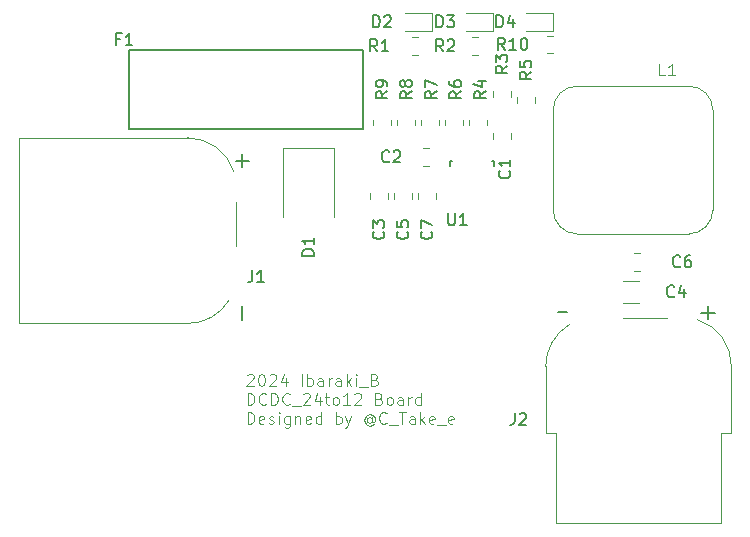
<source format=gbr>
%TF.GenerationSoftware,KiCad,Pcbnew,8.0.3*%
%TF.CreationDate,2024-07-18T08:28:15+09:00*%
%TF.ProjectId,DCDC_24to12,44434443-5f32-4347-946f-31322e6b6963,rev?*%
%TF.SameCoordinates,Original*%
%TF.FileFunction,Legend,Top*%
%TF.FilePolarity,Positive*%
%FSLAX46Y46*%
G04 Gerber Fmt 4.6, Leading zero omitted, Abs format (unit mm)*
G04 Created by KiCad (PCBNEW 8.0.3) date 2024-07-18 08:28:15*
%MOMM*%
%LPD*%
G01*
G04 APERTURE LIST*
%ADD10C,0.100000*%
%ADD11C,0.150000*%
%ADD12C,0.120000*%
%ADD13C,0.127000*%
%ADD14C,0.152400*%
G04 APERTURE END LIST*
D10*
X83060265Y-70550769D02*
X83107884Y-70503150D01*
X83107884Y-70503150D02*
X83203122Y-70455531D01*
X83203122Y-70455531D02*
X83441217Y-70455531D01*
X83441217Y-70455531D02*
X83536455Y-70503150D01*
X83536455Y-70503150D02*
X83584074Y-70550769D01*
X83584074Y-70550769D02*
X83631693Y-70646007D01*
X83631693Y-70646007D02*
X83631693Y-70741245D01*
X83631693Y-70741245D02*
X83584074Y-70884102D01*
X83584074Y-70884102D02*
X83012646Y-71455531D01*
X83012646Y-71455531D02*
X83631693Y-71455531D01*
X84250741Y-70455531D02*
X84345979Y-70455531D01*
X84345979Y-70455531D02*
X84441217Y-70503150D01*
X84441217Y-70503150D02*
X84488836Y-70550769D01*
X84488836Y-70550769D02*
X84536455Y-70646007D01*
X84536455Y-70646007D02*
X84584074Y-70836483D01*
X84584074Y-70836483D02*
X84584074Y-71074578D01*
X84584074Y-71074578D02*
X84536455Y-71265054D01*
X84536455Y-71265054D02*
X84488836Y-71360292D01*
X84488836Y-71360292D02*
X84441217Y-71407912D01*
X84441217Y-71407912D02*
X84345979Y-71455531D01*
X84345979Y-71455531D02*
X84250741Y-71455531D01*
X84250741Y-71455531D02*
X84155503Y-71407912D01*
X84155503Y-71407912D02*
X84107884Y-71360292D01*
X84107884Y-71360292D02*
X84060265Y-71265054D01*
X84060265Y-71265054D02*
X84012646Y-71074578D01*
X84012646Y-71074578D02*
X84012646Y-70836483D01*
X84012646Y-70836483D02*
X84060265Y-70646007D01*
X84060265Y-70646007D02*
X84107884Y-70550769D01*
X84107884Y-70550769D02*
X84155503Y-70503150D01*
X84155503Y-70503150D02*
X84250741Y-70455531D01*
X84965027Y-70550769D02*
X85012646Y-70503150D01*
X85012646Y-70503150D02*
X85107884Y-70455531D01*
X85107884Y-70455531D02*
X85345979Y-70455531D01*
X85345979Y-70455531D02*
X85441217Y-70503150D01*
X85441217Y-70503150D02*
X85488836Y-70550769D01*
X85488836Y-70550769D02*
X85536455Y-70646007D01*
X85536455Y-70646007D02*
X85536455Y-70741245D01*
X85536455Y-70741245D02*
X85488836Y-70884102D01*
X85488836Y-70884102D02*
X84917408Y-71455531D01*
X84917408Y-71455531D02*
X85536455Y-71455531D01*
X86393598Y-70788864D02*
X86393598Y-71455531D01*
X86155503Y-70407912D02*
X85917408Y-71122197D01*
X85917408Y-71122197D02*
X86536455Y-71122197D01*
X87679313Y-71455531D02*
X87679313Y-70455531D01*
X88155503Y-71455531D02*
X88155503Y-70455531D01*
X88155503Y-70836483D02*
X88250741Y-70788864D01*
X88250741Y-70788864D02*
X88441217Y-70788864D01*
X88441217Y-70788864D02*
X88536455Y-70836483D01*
X88536455Y-70836483D02*
X88584074Y-70884102D01*
X88584074Y-70884102D02*
X88631693Y-70979340D01*
X88631693Y-70979340D02*
X88631693Y-71265054D01*
X88631693Y-71265054D02*
X88584074Y-71360292D01*
X88584074Y-71360292D02*
X88536455Y-71407912D01*
X88536455Y-71407912D02*
X88441217Y-71455531D01*
X88441217Y-71455531D02*
X88250741Y-71455531D01*
X88250741Y-71455531D02*
X88155503Y-71407912D01*
X89488836Y-71455531D02*
X89488836Y-70931721D01*
X89488836Y-70931721D02*
X89441217Y-70836483D01*
X89441217Y-70836483D02*
X89345979Y-70788864D01*
X89345979Y-70788864D02*
X89155503Y-70788864D01*
X89155503Y-70788864D02*
X89060265Y-70836483D01*
X89488836Y-71407912D02*
X89393598Y-71455531D01*
X89393598Y-71455531D02*
X89155503Y-71455531D01*
X89155503Y-71455531D02*
X89060265Y-71407912D01*
X89060265Y-71407912D02*
X89012646Y-71312673D01*
X89012646Y-71312673D02*
X89012646Y-71217435D01*
X89012646Y-71217435D02*
X89060265Y-71122197D01*
X89060265Y-71122197D02*
X89155503Y-71074578D01*
X89155503Y-71074578D02*
X89393598Y-71074578D01*
X89393598Y-71074578D02*
X89488836Y-71026959D01*
X89965027Y-71455531D02*
X89965027Y-70788864D01*
X89965027Y-70979340D02*
X90012646Y-70884102D01*
X90012646Y-70884102D02*
X90060265Y-70836483D01*
X90060265Y-70836483D02*
X90155503Y-70788864D01*
X90155503Y-70788864D02*
X90250741Y-70788864D01*
X91012646Y-71455531D02*
X91012646Y-70931721D01*
X91012646Y-70931721D02*
X90965027Y-70836483D01*
X90965027Y-70836483D02*
X90869789Y-70788864D01*
X90869789Y-70788864D02*
X90679313Y-70788864D01*
X90679313Y-70788864D02*
X90584075Y-70836483D01*
X91012646Y-71407912D02*
X90917408Y-71455531D01*
X90917408Y-71455531D02*
X90679313Y-71455531D01*
X90679313Y-71455531D02*
X90584075Y-71407912D01*
X90584075Y-71407912D02*
X90536456Y-71312673D01*
X90536456Y-71312673D02*
X90536456Y-71217435D01*
X90536456Y-71217435D02*
X90584075Y-71122197D01*
X90584075Y-71122197D02*
X90679313Y-71074578D01*
X90679313Y-71074578D02*
X90917408Y-71074578D01*
X90917408Y-71074578D02*
X91012646Y-71026959D01*
X91488837Y-71455531D02*
X91488837Y-70455531D01*
X91584075Y-71074578D02*
X91869789Y-71455531D01*
X91869789Y-70788864D02*
X91488837Y-71169816D01*
X92298361Y-71455531D02*
X92298361Y-70788864D01*
X92298361Y-70455531D02*
X92250742Y-70503150D01*
X92250742Y-70503150D02*
X92298361Y-70550769D01*
X92298361Y-70550769D02*
X92345980Y-70503150D01*
X92345980Y-70503150D02*
X92298361Y-70455531D01*
X92298361Y-70455531D02*
X92298361Y-70550769D01*
X92536456Y-71550769D02*
X93298360Y-71550769D01*
X93869789Y-70931721D02*
X94012646Y-70979340D01*
X94012646Y-70979340D02*
X94060265Y-71026959D01*
X94060265Y-71026959D02*
X94107884Y-71122197D01*
X94107884Y-71122197D02*
X94107884Y-71265054D01*
X94107884Y-71265054D02*
X94060265Y-71360292D01*
X94060265Y-71360292D02*
X94012646Y-71407912D01*
X94012646Y-71407912D02*
X93917408Y-71455531D01*
X93917408Y-71455531D02*
X93536456Y-71455531D01*
X93536456Y-71455531D02*
X93536456Y-70455531D01*
X93536456Y-70455531D02*
X93869789Y-70455531D01*
X93869789Y-70455531D02*
X93965027Y-70503150D01*
X93965027Y-70503150D02*
X94012646Y-70550769D01*
X94012646Y-70550769D02*
X94060265Y-70646007D01*
X94060265Y-70646007D02*
X94060265Y-70741245D01*
X94060265Y-70741245D02*
X94012646Y-70836483D01*
X94012646Y-70836483D02*
X93965027Y-70884102D01*
X93965027Y-70884102D02*
X93869789Y-70931721D01*
X93869789Y-70931721D02*
X93536456Y-70931721D01*
X83107884Y-73065475D02*
X83107884Y-72065475D01*
X83107884Y-72065475D02*
X83345979Y-72065475D01*
X83345979Y-72065475D02*
X83488836Y-72113094D01*
X83488836Y-72113094D02*
X83584074Y-72208332D01*
X83584074Y-72208332D02*
X83631693Y-72303570D01*
X83631693Y-72303570D02*
X83679312Y-72494046D01*
X83679312Y-72494046D02*
X83679312Y-72636903D01*
X83679312Y-72636903D02*
X83631693Y-72827379D01*
X83631693Y-72827379D02*
X83584074Y-72922617D01*
X83584074Y-72922617D02*
X83488836Y-73017856D01*
X83488836Y-73017856D02*
X83345979Y-73065475D01*
X83345979Y-73065475D02*
X83107884Y-73065475D01*
X84679312Y-72970236D02*
X84631693Y-73017856D01*
X84631693Y-73017856D02*
X84488836Y-73065475D01*
X84488836Y-73065475D02*
X84393598Y-73065475D01*
X84393598Y-73065475D02*
X84250741Y-73017856D01*
X84250741Y-73017856D02*
X84155503Y-72922617D01*
X84155503Y-72922617D02*
X84107884Y-72827379D01*
X84107884Y-72827379D02*
X84060265Y-72636903D01*
X84060265Y-72636903D02*
X84060265Y-72494046D01*
X84060265Y-72494046D02*
X84107884Y-72303570D01*
X84107884Y-72303570D02*
X84155503Y-72208332D01*
X84155503Y-72208332D02*
X84250741Y-72113094D01*
X84250741Y-72113094D02*
X84393598Y-72065475D01*
X84393598Y-72065475D02*
X84488836Y-72065475D01*
X84488836Y-72065475D02*
X84631693Y-72113094D01*
X84631693Y-72113094D02*
X84679312Y-72160713D01*
X85107884Y-73065475D02*
X85107884Y-72065475D01*
X85107884Y-72065475D02*
X85345979Y-72065475D01*
X85345979Y-72065475D02*
X85488836Y-72113094D01*
X85488836Y-72113094D02*
X85584074Y-72208332D01*
X85584074Y-72208332D02*
X85631693Y-72303570D01*
X85631693Y-72303570D02*
X85679312Y-72494046D01*
X85679312Y-72494046D02*
X85679312Y-72636903D01*
X85679312Y-72636903D02*
X85631693Y-72827379D01*
X85631693Y-72827379D02*
X85584074Y-72922617D01*
X85584074Y-72922617D02*
X85488836Y-73017856D01*
X85488836Y-73017856D02*
X85345979Y-73065475D01*
X85345979Y-73065475D02*
X85107884Y-73065475D01*
X86679312Y-72970236D02*
X86631693Y-73017856D01*
X86631693Y-73017856D02*
X86488836Y-73065475D01*
X86488836Y-73065475D02*
X86393598Y-73065475D01*
X86393598Y-73065475D02*
X86250741Y-73017856D01*
X86250741Y-73017856D02*
X86155503Y-72922617D01*
X86155503Y-72922617D02*
X86107884Y-72827379D01*
X86107884Y-72827379D02*
X86060265Y-72636903D01*
X86060265Y-72636903D02*
X86060265Y-72494046D01*
X86060265Y-72494046D02*
X86107884Y-72303570D01*
X86107884Y-72303570D02*
X86155503Y-72208332D01*
X86155503Y-72208332D02*
X86250741Y-72113094D01*
X86250741Y-72113094D02*
X86393598Y-72065475D01*
X86393598Y-72065475D02*
X86488836Y-72065475D01*
X86488836Y-72065475D02*
X86631693Y-72113094D01*
X86631693Y-72113094D02*
X86679312Y-72160713D01*
X86869789Y-73160713D02*
X87631693Y-73160713D01*
X87822170Y-72160713D02*
X87869789Y-72113094D01*
X87869789Y-72113094D02*
X87965027Y-72065475D01*
X87965027Y-72065475D02*
X88203122Y-72065475D01*
X88203122Y-72065475D02*
X88298360Y-72113094D01*
X88298360Y-72113094D02*
X88345979Y-72160713D01*
X88345979Y-72160713D02*
X88393598Y-72255951D01*
X88393598Y-72255951D02*
X88393598Y-72351189D01*
X88393598Y-72351189D02*
X88345979Y-72494046D01*
X88345979Y-72494046D02*
X87774551Y-73065475D01*
X87774551Y-73065475D02*
X88393598Y-73065475D01*
X89250741Y-72398808D02*
X89250741Y-73065475D01*
X89012646Y-72017856D02*
X88774551Y-72732141D01*
X88774551Y-72732141D02*
X89393598Y-72732141D01*
X89631694Y-72398808D02*
X90012646Y-72398808D01*
X89774551Y-72065475D02*
X89774551Y-72922617D01*
X89774551Y-72922617D02*
X89822170Y-73017856D01*
X89822170Y-73017856D02*
X89917408Y-73065475D01*
X89917408Y-73065475D02*
X90012646Y-73065475D01*
X90488837Y-73065475D02*
X90393599Y-73017856D01*
X90393599Y-73017856D02*
X90345980Y-72970236D01*
X90345980Y-72970236D02*
X90298361Y-72874998D01*
X90298361Y-72874998D02*
X90298361Y-72589284D01*
X90298361Y-72589284D02*
X90345980Y-72494046D01*
X90345980Y-72494046D02*
X90393599Y-72446427D01*
X90393599Y-72446427D02*
X90488837Y-72398808D01*
X90488837Y-72398808D02*
X90631694Y-72398808D01*
X90631694Y-72398808D02*
X90726932Y-72446427D01*
X90726932Y-72446427D02*
X90774551Y-72494046D01*
X90774551Y-72494046D02*
X90822170Y-72589284D01*
X90822170Y-72589284D02*
X90822170Y-72874998D01*
X90822170Y-72874998D02*
X90774551Y-72970236D01*
X90774551Y-72970236D02*
X90726932Y-73017856D01*
X90726932Y-73017856D02*
X90631694Y-73065475D01*
X90631694Y-73065475D02*
X90488837Y-73065475D01*
X91774551Y-73065475D02*
X91203123Y-73065475D01*
X91488837Y-73065475D02*
X91488837Y-72065475D01*
X91488837Y-72065475D02*
X91393599Y-72208332D01*
X91393599Y-72208332D02*
X91298361Y-72303570D01*
X91298361Y-72303570D02*
X91203123Y-72351189D01*
X92155504Y-72160713D02*
X92203123Y-72113094D01*
X92203123Y-72113094D02*
X92298361Y-72065475D01*
X92298361Y-72065475D02*
X92536456Y-72065475D01*
X92536456Y-72065475D02*
X92631694Y-72113094D01*
X92631694Y-72113094D02*
X92679313Y-72160713D01*
X92679313Y-72160713D02*
X92726932Y-72255951D01*
X92726932Y-72255951D02*
X92726932Y-72351189D01*
X92726932Y-72351189D02*
X92679313Y-72494046D01*
X92679313Y-72494046D02*
X92107885Y-73065475D01*
X92107885Y-73065475D02*
X92726932Y-73065475D01*
X94250742Y-72541665D02*
X94393599Y-72589284D01*
X94393599Y-72589284D02*
X94441218Y-72636903D01*
X94441218Y-72636903D02*
X94488837Y-72732141D01*
X94488837Y-72732141D02*
X94488837Y-72874998D01*
X94488837Y-72874998D02*
X94441218Y-72970236D01*
X94441218Y-72970236D02*
X94393599Y-73017856D01*
X94393599Y-73017856D02*
X94298361Y-73065475D01*
X94298361Y-73065475D02*
X93917409Y-73065475D01*
X93917409Y-73065475D02*
X93917409Y-72065475D01*
X93917409Y-72065475D02*
X94250742Y-72065475D01*
X94250742Y-72065475D02*
X94345980Y-72113094D01*
X94345980Y-72113094D02*
X94393599Y-72160713D01*
X94393599Y-72160713D02*
X94441218Y-72255951D01*
X94441218Y-72255951D02*
X94441218Y-72351189D01*
X94441218Y-72351189D02*
X94393599Y-72446427D01*
X94393599Y-72446427D02*
X94345980Y-72494046D01*
X94345980Y-72494046D02*
X94250742Y-72541665D01*
X94250742Y-72541665D02*
X93917409Y-72541665D01*
X95060266Y-73065475D02*
X94965028Y-73017856D01*
X94965028Y-73017856D02*
X94917409Y-72970236D01*
X94917409Y-72970236D02*
X94869790Y-72874998D01*
X94869790Y-72874998D02*
X94869790Y-72589284D01*
X94869790Y-72589284D02*
X94917409Y-72494046D01*
X94917409Y-72494046D02*
X94965028Y-72446427D01*
X94965028Y-72446427D02*
X95060266Y-72398808D01*
X95060266Y-72398808D02*
X95203123Y-72398808D01*
X95203123Y-72398808D02*
X95298361Y-72446427D01*
X95298361Y-72446427D02*
X95345980Y-72494046D01*
X95345980Y-72494046D02*
X95393599Y-72589284D01*
X95393599Y-72589284D02*
X95393599Y-72874998D01*
X95393599Y-72874998D02*
X95345980Y-72970236D01*
X95345980Y-72970236D02*
X95298361Y-73017856D01*
X95298361Y-73017856D02*
X95203123Y-73065475D01*
X95203123Y-73065475D02*
X95060266Y-73065475D01*
X96250742Y-73065475D02*
X96250742Y-72541665D01*
X96250742Y-72541665D02*
X96203123Y-72446427D01*
X96203123Y-72446427D02*
X96107885Y-72398808D01*
X96107885Y-72398808D02*
X95917409Y-72398808D01*
X95917409Y-72398808D02*
X95822171Y-72446427D01*
X96250742Y-73017856D02*
X96155504Y-73065475D01*
X96155504Y-73065475D02*
X95917409Y-73065475D01*
X95917409Y-73065475D02*
X95822171Y-73017856D01*
X95822171Y-73017856D02*
X95774552Y-72922617D01*
X95774552Y-72922617D02*
X95774552Y-72827379D01*
X95774552Y-72827379D02*
X95822171Y-72732141D01*
X95822171Y-72732141D02*
X95917409Y-72684522D01*
X95917409Y-72684522D02*
X96155504Y-72684522D01*
X96155504Y-72684522D02*
X96250742Y-72636903D01*
X96726933Y-73065475D02*
X96726933Y-72398808D01*
X96726933Y-72589284D02*
X96774552Y-72494046D01*
X96774552Y-72494046D02*
X96822171Y-72446427D01*
X96822171Y-72446427D02*
X96917409Y-72398808D01*
X96917409Y-72398808D02*
X97012647Y-72398808D01*
X97774552Y-73065475D02*
X97774552Y-72065475D01*
X97774552Y-73017856D02*
X97679314Y-73065475D01*
X97679314Y-73065475D02*
X97488838Y-73065475D01*
X97488838Y-73065475D02*
X97393600Y-73017856D01*
X97393600Y-73017856D02*
X97345981Y-72970236D01*
X97345981Y-72970236D02*
X97298362Y-72874998D01*
X97298362Y-72874998D02*
X97298362Y-72589284D01*
X97298362Y-72589284D02*
X97345981Y-72494046D01*
X97345981Y-72494046D02*
X97393600Y-72446427D01*
X97393600Y-72446427D02*
X97488838Y-72398808D01*
X97488838Y-72398808D02*
X97679314Y-72398808D01*
X97679314Y-72398808D02*
X97774552Y-72446427D01*
X83107884Y-74675419D02*
X83107884Y-73675419D01*
X83107884Y-73675419D02*
X83345979Y-73675419D01*
X83345979Y-73675419D02*
X83488836Y-73723038D01*
X83488836Y-73723038D02*
X83584074Y-73818276D01*
X83584074Y-73818276D02*
X83631693Y-73913514D01*
X83631693Y-73913514D02*
X83679312Y-74103990D01*
X83679312Y-74103990D02*
X83679312Y-74246847D01*
X83679312Y-74246847D02*
X83631693Y-74437323D01*
X83631693Y-74437323D02*
X83584074Y-74532561D01*
X83584074Y-74532561D02*
X83488836Y-74627800D01*
X83488836Y-74627800D02*
X83345979Y-74675419D01*
X83345979Y-74675419D02*
X83107884Y-74675419D01*
X84488836Y-74627800D02*
X84393598Y-74675419D01*
X84393598Y-74675419D02*
X84203122Y-74675419D01*
X84203122Y-74675419D02*
X84107884Y-74627800D01*
X84107884Y-74627800D02*
X84060265Y-74532561D01*
X84060265Y-74532561D02*
X84060265Y-74151609D01*
X84060265Y-74151609D02*
X84107884Y-74056371D01*
X84107884Y-74056371D02*
X84203122Y-74008752D01*
X84203122Y-74008752D02*
X84393598Y-74008752D01*
X84393598Y-74008752D02*
X84488836Y-74056371D01*
X84488836Y-74056371D02*
X84536455Y-74151609D01*
X84536455Y-74151609D02*
X84536455Y-74246847D01*
X84536455Y-74246847D02*
X84060265Y-74342085D01*
X84917408Y-74627800D02*
X85012646Y-74675419D01*
X85012646Y-74675419D02*
X85203122Y-74675419D01*
X85203122Y-74675419D02*
X85298360Y-74627800D01*
X85298360Y-74627800D02*
X85345979Y-74532561D01*
X85345979Y-74532561D02*
X85345979Y-74484942D01*
X85345979Y-74484942D02*
X85298360Y-74389704D01*
X85298360Y-74389704D02*
X85203122Y-74342085D01*
X85203122Y-74342085D02*
X85060265Y-74342085D01*
X85060265Y-74342085D02*
X84965027Y-74294466D01*
X84965027Y-74294466D02*
X84917408Y-74199228D01*
X84917408Y-74199228D02*
X84917408Y-74151609D01*
X84917408Y-74151609D02*
X84965027Y-74056371D01*
X84965027Y-74056371D02*
X85060265Y-74008752D01*
X85060265Y-74008752D02*
X85203122Y-74008752D01*
X85203122Y-74008752D02*
X85298360Y-74056371D01*
X85774551Y-74675419D02*
X85774551Y-74008752D01*
X85774551Y-73675419D02*
X85726932Y-73723038D01*
X85726932Y-73723038D02*
X85774551Y-73770657D01*
X85774551Y-73770657D02*
X85822170Y-73723038D01*
X85822170Y-73723038D02*
X85774551Y-73675419D01*
X85774551Y-73675419D02*
X85774551Y-73770657D01*
X86679312Y-74008752D02*
X86679312Y-74818276D01*
X86679312Y-74818276D02*
X86631693Y-74913514D01*
X86631693Y-74913514D02*
X86584074Y-74961133D01*
X86584074Y-74961133D02*
X86488836Y-75008752D01*
X86488836Y-75008752D02*
X86345979Y-75008752D01*
X86345979Y-75008752D02*
X86250741Y-74961133D01*
X86679312Y-74627800D02*
X86584074Y-74675419D01*
X86584074Y-74675419D02*
X86393598Y-74675419D01*
X86393598Y-74675419D02*
X86298360Y-74627800D01*
X86298360Y-74627800D02*
X86250741Y-74580180D01*
X86250741Y-74580180D02*
X86203122Y-74484942D01*
X86203122Y-74484942D02*
X86203122Y-74199228D01*
X86203122Y-74199228D02*
X86250741Y-74103990D01*
X86250741Y-74103990D02*
X86298360Y-74056371D01*
X86298360Y-74056371D02*
X86393598Y-74008752D01*
X86393598Y-74008752D02*
X86584074Y-74008752D01*
X86584074Y-74008752D02*
X86679312Y-74056371D01*
X87155503Y-74008752D02*
X87155503Y-74675419D01*
X87155503Y-74103990D02*
X87203122Y-74056371D01*
X87203122Y-74056371D02*
X87298360Y-74008752D01*
X87298360Y-74008752D02*
X87441217Y-74008752D01*
X87441217Y-74008752D02*
X87536455Y-74056371D01*
X87536455Y-74056371D02*
X87584074Y-74151609D01*
X87584074Y-74151609D02*
X87584074Y-74675419D01*
X88441217Y-74627800D02*
X88345979Y-74675419D01*
X88345979Y-74675419D02*
X88155503Y-74675419D01*
X88155503Y-74675419D02*
X88060265Y-74627800D01*
X88060265Y-74627800D02*
X88012646Y-74532561D01*
X88012646Y-74532561D02*
X88012646Y-74151609D01*
X88012646Y-74151609D02*
X88060265Y-74056371D01*
X88060265Y-74056371D02*
X88155503Y-74008752D01*
X88155503Y-74008752D02*
X88345979Y-74008752D01*
X88345979Y-74008752D02*
X88441217Y-74056371D01*
X88441217Y-74056371D02*
X88488836Y-74151609D01*
X88488836Y-74151609D02*
X88488836Y-74246847D01*
X88488836Y-74246847D02*
X88012646Y-74342085D01*
X89345979Y-74675419D02*
X89345979Y-73675419D01*
X89345979Y-74627800D02*
X89250741Y-74675419D01*
X89250741Y-74675419D02*
X89060265Y-74675419D01*
X89060265Y-74675419D02*
X88965027Y-74627800D01*
X88965027Y-74627800D02*
X88917408Y-74580180D01*
X88917408Y-74580180D02*
X88869789Y-74484942D01*
X88869789Y-74484942D02*
X88869789Y-74199228D01*
X88869789Y-74199228D02*
X88917408Y-74103990D01*
X88917408Y-74103990D02*
X88965027Y-74056371D01*
X88965027Y-74056371D02*
X89060265Y-74008752D01*
X89060265Y-74008752D02*
X89250741Y-74008752D01*
X89250741Y-74008752D02*
X89345979Y-74056371D01*
X90584075Y-74675419D02*
X90584075Y-73675419D01*
X90584075Y-74056371D02*
X90679313Y-74008752D01*
X90679313Y-74008752D02*
X90869789Y-74008752D01*
X90869789Y-74008752D02*
X90965027Y-74056371D01*
X90965027Y-74056371D02*
X91012646Y-74103990D01*
X91012646Y-74103990D02*
X91060265Y-74199228D01*
X91060265Y-74199228D02*
X91060265Y-74484942D01*
X91060265Y-74484942D02*
X91012646Y-74580180D01*
X91012646Y-74580180D02*
X90965027Y-74627800D01*
X90965027Y-74627800D02*
X90869789Y-74675419D01*
X90869789Y-74675419D02*
X90679313Y-74675419D01*
X90679313Y-74675419D02*
X90584075Y-74627800D01*
X91393599Y-74008752D02*
X91631694Y-74675419D01*
X91869789Y-74008752D02*
X91631694Y-74675419D01*
X91631694Y-74675419D02*
X91536456Y-74913514D01*
X91536456Y-74913514D02*
X91488837Y-74961133D01*
X91488837Y-74961133D02*
X91393599Y-75008752D01*
X93631694Y-74199228D02*
X93584075Y-74151609D01*
X93584075Y-74151609D02*
X93488837Y-74103990D01*
X93488837Y-74103990D02*
X93393599Y-74103990D01*
X93393599Y-74103990D02*
X93298361Y-74151609D01*
X93298361Y-74151609D02*
X93250742Y-74199228D01*
X93250742Y-74199228D02*
X93203123Y-74294466D01*
X93203123Y-74294466D02*
X93203123Y-74389704D01*
X93203123Y-74389704D02*
X93250742Y-74484942D01*
X93250742Y-74484942D02*
X93298361Y-74532561D01*
X93298361Y-74532561D02*
X93393599Y-74580180D01*
X93393599Y-74580180D02*
X93488837Y-74580180D01*
X93488837Y-74580180D02*
X93584075Y-74532561D01*
X93584075Y-74532561D02*
X93631694Y-74484942D01*
X93631694Y-74103990D02*
X93631694Y-74484942D01*
X93631694Y-74484942D02*
X93679313Y-74532561D01*
X93679313Y-74532561D02*
X93726932Y-74532561D01*
X93726932Y-74532561D02*
X93822171Y-74484942D01*
X93822171Y-74484942D02*
X93869790Y-74389704D01*
X93869790Y-74389704D02*
X93869790Y-74151609D01*
X93869790Y-74151609D02*
X93774552Y-74008752D01*
X93774552Y-74008752D02*
X93631694Y-73913514D01*
X93631694Y-73913514D02*
X93441218Y-73865895D01*
X93441218Y-73865895D02*
X93250742Y-73913514D01*
X93250742Y-73913514D02*
X93107885Y-74008752D01*
X93107885Y-74008752D02*
X93012647Y-74151609D01*
X93012647Y-74151609D02*
X92965028Y-74342085D01*
X92965028Y-74342085D02*
X93012647Y-74532561D01*
X93012647Y-74532561D02*
X93107885Y-74675419D01*
X93107885Y-74675419D02*
X93250742Y-74770657D01*
X93250742Y-74770657D02*
X93441218Y-74818276D01*
X93441218Y-74818276D02*
X93631694Y-74770657D01*
X93631694Y-74770657D02*
X93774552Y-74675419D01*
X94869789Y-74580180D02*
X94822170Y-74627800D01*
X94822170Y-74627800D02*
X94679313Y-74675419D01*
X94679313Y-74675419D02*
X94584075Y-74675419D01*
X94584075Y-74675419D02*
X94441218Y-74627800D01*
X94441218Y-74627800D02*
X94345980Y-74532561D01*
X94345980Y-74532561D02*
X94298361Y-74437323D01*
X94298361Y-74437323D02*
X94250742Y-74246847D01*
X94250742Y-74246847D02*
X94250742Y-74103990D01*
X94250742Y-74103990D02*
X94298361Y-73913514D01*
X94298361Y-73913514D02*
X94345980Y-73818276D01*
X94345980Y-73818276D02*
X94441218Y-73723038D01*
X94441218Y-73723038D02*
X94584075Y-73675419D01*
X94584075Y-73675419D02*
X94679313Y-73675419D01*
X94679313Y-73675419D02*
X94822170Y-73723038D01*
X94822170Y-73723038D02*
X94869789Y-73770657D01*
X95060266Y-74770657D02*
X95822170Y-74770657D01*
X95917409Y-73675419D02*
X96488837Y-73675419D01*
X96203123Y-74675419D02*
X96203123Y-73675419D01*
X97250742Y-74675419D02*
X97250742Y-74151609D01*
X97250742Y-74151609D02*
X97203123Y-74056371D01*
X97203123Y-74056371D02*
X97107885Y-74008752D01*
X97107885Y-74008752D02*
X96917409Y-74008752D01*
X96917409Y-74008752D02*
X96822171Y-74056371D01*
X97250742Y-74627800D02*
X97155504Y-74675419D01*
X97155504Y-74675419D02*
X96917409Y-74675419D01*
X96917409Y-74675419D02*
X96822171Y-74627800D01*
X96822171Y-74627800D02*
X96774552Y-74532561D01*
X96774552Y-74532561D02*
X96774552Y-74437323D01*
X96774552Y-74437323D02*
X96822171Y-74342085D01*
X96822171Y-74342085D02*
X96917409Y-74294466D01*
X96917409Y-74294466D02*
X97155504Y-74294466D01*
X97155504Y-74294466D02*
X97250742Y-74246847D01*
X97726933Y-74675419D02*
X97726933Y-73675419D01*
X97822171Y-74294466D02*
X98107885Y-74675419D01*
X98107885Y-74008752D02*
X97726933Y-74389704D01*
X98917409Y-74627800D02*
X98822171Y-74675419D01*
X98822171Y-74675419D02*
X98631695Y-74675419D01*
X98631695Y-74675419D02*
X98536457Y-74627800D01*
X98536457Y-74627800D02*
X98488838Y-74532561D01*
X98488838Y-74532561D02*
X98488838Y-74151609D01*
X98488838Y-74151609D02*
X98536457Y-74056371D01*
X98536457Y-74056371D02*
X98631695Y-74008752D01*
X98631695Y-74008752D02*
X98822171Y-74008752D01*
X98822171Y-74008752D02*
X98917409Y-74056371D01*
X98917409Y-74056371D02*
X98965028Y-74151609D01*
X98965028Y-74151609D02*
X98965028Y-74246847D01*
X98965028Y-74246847D02*
X98488838Y-74342085D01*
X99155505Y-74770657D02*
X99917409Y-74770657D01*
X100536457Y-74627800D02*
X100441219Y-74675419D01*
X100441219Y-74675419D02*
X100250743Y-74675419D01*
X100250743Y-74675419D02*
X100155505Y-74627800D01*
X100155505Y-74627800D02*
X100107886Y-74532561D01*
X100107886Y-74532561D02*
X100107886Y-74151609D01*
X100107886Y-74151609D02*
X100155505Y-74056371D01*
X100155505Y-74056371D02*
X100250743Y-74008752D01*
X100250743Y-74008752D02*
X100441219Y-74008752D01*
X100441219Y-74008752D02*
X100536457Y-74056371D01*
X100536457Y-74056371D02*
X100584076Y-74151609D01*
X100584076Y-74151609D02*
X100584076Y-74246847D01*
X100584076Y-74246847D02*
X100107886Y-74342085D01*
D11*
X105711666Y-73749819D02*
X105711666Y-74464104D01*
X105711666Y-74464104D02*
X105664047Y-74606961D01*
X105664047Y-74606961D02*
X105568809Y-74702200D01*
X105568809Y-74702200D02*
X105425952Y-74749819D01*
X105425952Y-74749819D02*
X105330714Y-74749819D01*
X106140238Y-73845057D02*
X106187857Y-73797438D01*
X106187857Y-73797438D02*
X106283095Y-73749819D01*
X106283095Y-73749819D02*
X106521190Y-73749819D01*
X106521190Y-73749819D02*
X106616428Y-73797438D01*
X106616428Y-73797438D02*
X106664047Y-73845057D01*
X106664047Y-73845057D02*
X106711666Y-73940295D01*
X106711666Y-73940295D02*
X106711666Y-74035533D01*
X106711666Y-74035533D02*
X106664047Y-74178390D01*
X106664047Y-74178390D02*
X106092619Y-74749819D01*
X106092619Y-74749819D02*
X106711666Y-74749819D01*
X119721333Y-61319580D02*
X119673714Y-61367200D01*
X119673714Y-61367200D02*
X119530857Y-61414819D01*
X119530857Y-61414819D02*
X119435619Y-61414819D01*
X119435619Y-61414819D02*
X119292762Y-61367200D01*
X119292762Y-61367200D02*
X119197524Y-61271961D01*
X119197524Y-61271961D02*
X119149905Y-61176723D01*
X119149905Y-61176723D02*
X119102286Y-60986247D01*
X119102286Y-60986247D02*
X119102286Y-60843390D01*
X119102286Y-60843390D02*
X119149905Y-60652914D01*
X119149905Y-60652914D02*
X119197524Y-60557676D01*
X119197524Y-60557676D02*
X119292762Y-60462438D01*
X119292762Y-60462438D02*
X119435619Y-60414819D01*
X119435619Y-60414819D02*
X119530857Y-60414819D01*
X119530857Y-60414819D02*
X119673714Y-60462438D01*
X119673714Y-60462438D02*
X119721333Y-60510057D01*
X120578476Y-60414819D02*
X120388000Y-60414819D01*
X120388000Y-60414819D02*
X120292762Y-60462438D01*
X120292762Y-60462438D02*
X120245143Y-60510057D01*
X120245143Y-60510057D02*
X120149905Y-60652914D01*
X120149905Y-60652914D02*
X120102286Y-60843390D01*
X120102286Y-60843390D02*
X120102286Y-61224342D01*
X120102286Y-61224342D02*
X120149905Y-61319580D01*
X120149905Y-61319580D02*
X120197524Y-61367200D01*
X120197524Y-61367200D02*
X120292762Y-61414819D01*
X120292762Y-61414819D02*
X120483238Y-61414819D01*
X120483238Y-61414819D02*
X120578476Y-61367200D01*
X120578476Y-61367200D02*
X120626095Y-61319580D01*
X120626095Y-61319580D02*
X120673714Y-61224342D01*
X120673714Y-61224342D02*
X120673714Y-60986247D01*
X120673714Y-60986247D02*
X120626095Y-60891009D01*
X120626095Y-60891009D02*
X120578476Y-60843390D01*
X120578476Y-60843390D02*
X120483238Y-60795771D01*
X120483238Y-60795771D02*
X120292762Y-60795771D01*
X120292762Y-60795771D02*
X120197524Y-60843390D01*
X120197524Y-60843390D02*
X120149905Y-60891009D01*
X120149905Y-60891009D02*
X120102286Y-60986247D01*
X83493666Y-61684819D02*
X83493666Y-62399104D01*
X83493666Y-62399104D02*
X83446047Y-62541961D01*
X83446047Y-62541961D02*
X83350809Y-62637200D01*
X83350809Y-62637200D02*
X83207952Y-62684819D01*
X83207952Y-62684819D02*
X83112714Y-62684819D01*
X84493666Y-62684819D02*
X83922238Y-62684819D01*
X84207952Y-62684819D02*
X84207952Y-61684819D01*
X84207952Y-61684819D02*
X84112714Y-61827676D01*
X84112714Y-61827676D02*
X84017476Y-61922914D01*
X84017476Y-61922914D02*
X83922238Y-61970533D01*
X82664700Y-52958428D02*
X82664700Y-51815571D01*
X83236128Y-52386999D02*
X82093271Y-52386999D01*
X82664700Y-65868428D02*
X82664700Y-64725571D01*
X96625580Y-58398666D02*
X96673200Y-58446285D01*
X96673200Y-58446285D02*
X96720819Y-58589142D01*
X96720819Y-58589142D02*
X96720819Y-58684380D01*
X96720819Y-58684380D02*
X96673200Y-58827237D01*
X96673200Y-58827237D02*
X96577961Y-58922475D01*
X96577961Y-58922475D02*
X96482723Y-58970094D01*
X96482723Y-58970094D02*
X96292247Y-59017713D01*
X96292247Y-59017713D02*
X96149390Y-59017713D01*
X96149390Y-59017713D02*
X95958914Y-58970094D01*
X95958914Y-58970094D02*
X95863676Y-58922475D01*
X95863676Y-58922475D02*
X95768438Y-58827237D01*
X95768438Y-58827237D02*
X95720819Y-58684380D01*
X95720819Y-58684380D02*
X95720819Y-58589142D01*
X95720819Y-58589142D02*
X95768438Y-58446285D01*
X95768438Y-58446285D02*
X95816057Y-58398666D01*
X95720819Y-57493904D02*
X95720819Y-57970094D01*
X95720819Y-57970094D02*
X96197009Y-58017713D01*
X96197009Y-58017713D02*
X96149390Y-57970094D01*
X96149390Y-57970094D02*
X96101771Y-57874856D01*
X96101771Y-57874856D02*
X96101771Y-57636761D01*
X96101771Y-57636761D02*
X96149390Y-57541523D01*
X96149390Y-57541523D02*
X96197009Y-57493904D01*
X96197009Y-57493904D02*
X96292247Y-57446285D01*
X96292247Y-57446285D02*
X96530342Y-57446285D01*
X96530342Y-57446285D02*
X96625580Y-57493904D01*
X96625580Y-57493904D02*
X96673200Y-57541523D01*
X96673200Y-57541523D02*
X96720819Y-57636761D01*
X96720819Y-57636761D02*
X96720819Y-57874856D01*
X96720819Y-57874856D02*
X96673200Y-57970094D01*
X96673200Y-57970094D02*
X96625580Y-58017713D01*
X98657580Y-58398666D02*
X98705200Y-58446285D01*
X98705200Y-58446285D02*
X98752819Y-58589142D01*
X98752819Y-58589142D02*
X98752819Y-58684380D01*
X98752819Y-58684380D02*
X98705200Y-58827237D01*
X98705200Y-58827237D02*
X98609961Y-58922475D01*
X98609961Y-58922475D02*
X98514723Y-58970094D01*
X98514723Y-58970094D02*
X98324247Y-59017713D01*
X98324247Y-59017713D02*
X98181390Y-59017713D01*
X98181390Y-59017713D02*
X97990914Y-58970094D01*
X97990914Y-58970094D02*
X97895676Y-58922475D01*
X97895676Y-58922475D02*
X97800438Y-58827237D01*
X97800438Y-58827237D02*
X97752819Y-58684380D01*
X97752819Y-58684380D02*
X97752819Y-58589142D01*
X97752819Y-58589142D02*
X97800438Y-58446285D01*
X97800438Y-58446285D02*
X97848057Y-58398666D01*
X97752819Y-58065332D02*
X97752819Y-57398666D01*
X97752819Y-57398666D02*
X98752819Y-57827237D01*
X119213333Y-63859580D02*
X119165714Y-63907200D01*
X119165714Y-63907200D02*
X119022857Y-63954819D01*
X119022857Y-63954819D02*
X118927619Y-63954819D01*
X118927619Y-63954819D02*
X118784762Y-63907200D01*
X118784762Y-63907200D02*
X118689524Y-63811961D01*
X118689524Y-63811961D02*
X118641905Y-63716723D01*
X118641905Y-63716723D02*
X118594286Y-63526247D01*
X118594286Y-63526247D02*
X118594286Y-63383390D01*
X118594286Y-63383390D02*
X118641905Y-63192914D01*
X118641905Y-63192914D02*
X118689524Y-63097676D01*
X118689524Y-63097676D02*
X118784762Y-63002438D01*
X118784762Y-63002438D02*
X118927619Y-62954819D01*
X118927619Y-62954819D02*
X119022857Y-62954819D01*
X119022857Y-62954819D02*
X119165714Y-63002438D01*
X119165714Y-63002438D02*
X119213333Y-63050057D01*
X120070476Y-63288152D02*
X120070476Y-63954819D01*
X119832381Y-62907200D02*
X119594286Y-63621485D01*
X119594286Y-63621485D02*
X120213333Y-63621485D01*
X94942819Y-46521666D02*
X94466628Y-46854999D01*
X94942819Y-47093094D02*
X93942819Y-47093094D01*
X93942819Y-47093094D02*
X93942819Y-46712142D01*
X93942819Y-46712142D02*
X93990438Y-46616904D01*
X93990438Y-46616904D02*
X94038057Y-46569285D01*
X94038057Y-46569285D02*
X94133295Y-46521666D01*
X94133295Y-46521666D02*
X94276152Y-46521666D01*
X94276152Y-46521666D02*
X94371390Y-46569285D01*
X94371390Y-46569285D02*
X94419009Y-46616904D01*
X94419009Y-46616904D02*
X94466628Y-46712142D01*
X94466628Y-46712142D02*
X94466628Y-47093094D01*
X94942819Y-46045475D02*
X94942819Y-45854999D01*
X94942819Y-45854999D02*
X94895200Y-45759761D01*
X94895200Y-45759761D02*
X94847580Y-45712142D01*
X94847580Y-45712142D02*
X94704723Y-45616904D01*
X94704723Y-45616904D02*
X94514247Y-45569285D01*
X94514247Y-45569285D02*
X94133295Y-45569285D01*
X94133295Y-45569285D02*
X94038057Y-45616904D01*
X94038057Y-45616904D02*
X93990438Y-45664523D01*
X93990438Y-45664523D02*
X93942819Y-45759761D01*
X93942819Y-45759761D02*
X93942819Y-45950237D01*
X93942819Y-45950237D02*
X93990438Y-46045475D01*
X93990438Y-46045475D02*
X94038057Y-46093094D01*
X94038057Y-46093094D02*
X94133295Y-46140713D01*
X94133295Y-46140713D02*
X94371390Y-46140713D01*
X94371390Y-46140713D02*
X94466628Y-46093094D01*
X94466628Y-46093094D02*
X94514247Y-46045475D01*
X94514247Y-46045475D02*
X94561866Y-45950237D01*
X94561866Y-45950237D02*
X94561866Y-45759761D01*
X94561866Y-45759761D02*
X94514247Y-45664523D01*
X94514247Y-45664523D02*
X94466628Y-45616904D01*
X94466628Y-45616904D02*
X94371390Y-45569285D01*
X105102819Y-44362666D02*
X104626628Y-44695999D01*
X105102819Y-44934094D02*
X104102819Y-44934094D01*
X104102819Y-44934094D02*
X104102819Y-44553142D01*
X104102819Y-44553142D02*
X104150438Y-44457904D01*
X104150438Y-44457904D02*
X104198057Y-44410285D01*
X104198057Y-44410285D02*
X104293295Y-44362666D01*
X104293295Y-44362666D02*
X104436152Y-44362666D01*
X104436152Y-44362666D02*
X104531390Y-44410285D01*
X104531390Y-44410285D02*
X104579009Y-44457904D01*
X104579009Y-44457904D02*
X104626628Y-44553142D01*
X104626628Y-44553142D02*
X104626628Y-44934094D01*
X104102819Y-44029332D02*
X104102819Y-43410285D01*
X104102819Y-43410285D02*
X104483771Y-43743618D01*
X104483771Y-43743618D02*
X104483771Y-43600761D01*
X104483771Y-43600761D02*
X104531390Y-43505523D01*
X104531390Y-43505523D02*
X104579009Y-43457904D01*
X104579009Y-43457904D02*
X104674247Y-43410285D01*
X104674247Y-43410285D02*
X104912342Y-43410285D01*
X104912342Y-43410285D02*
X105007580Y-43457904D01*
X105007580Y-43457904D02*
X105055200Y-43505523D01*
X105055200Y-43505523D02*
X105102819Y-43600761D01*
X105102819Y-43600761D02*
X105102819Y-43886475D01*
X105102819Y-43886475D02*
X105055200Y-43981713D01*
X105055200Y-43981713D02*
X105007580Y-44029332D01*
X104894142Y-42999819D02*
X104560809Y-42523628D01*
X104322714Y-42999819D02*
X104322714Y-41999819D01*
X104322714Y-41999819D02*
X104703666Y-41999819D01*
X104703666Y-41999819D02*
X104798904Y-42047438D01*
X104798904Y-42047438D02*
X104846523Y-42095057D01*
X104846523Y-42095057D02*
X104894142Y-42190295D01*
X104894142Y-42190295D02*
X104894142Y-42333152D01*
X104894142Y-42333152D02*
X104846523Y-42428390D01*
X104846523Y-42428390D02*
X104798904Y-42476009D01*
X104798904Y-42476009D02*
X104703666Y-42523628D01*
X104703666Y-42523628D02*
X104322714Y-42523628D01*
X105846523Y-42999819D02*
X105275095Y-42999819D01*
X105560809Y-42999819D02*
X105560809Y-41999819D01*
X105560809Y-41999819D02*
X105465571Y-42142676D01*
X105465571Y-42142676D02*
X105370333Y-42237914D01*
X105370333Y-42237914D02*
X105275095Y-42285533D01*
X106465571Y-41999819D02*
X106560809Y-41999819D01*
X106560809Y-41999819D02*
X106656047Y-42047438D01*
X106656047Y-42047438D02*
X106703666Y-42095057D01*
X106703666Y-42095057D02*
X106751285Y-42190295D01*
X106751285Y-42190295D02*
X106798904Y-42380771D01*
X106798904Y-42380771D02*
X106798904Y-42618866D01*
X106798904Y-42618866D02*
X106751285Y-42809342D01*
X106751285Y-42809342D02*
X106703666Y-42904580D01*
X106703666Y-42904580D02*
X106656047Y-42952200D01*
X106656047Y-42952200D02*
X106560809Y-42999819D01*
X106560809Y-42999819D02*
X106465571Y-42999819D01*
X106465571Y-42999819D02*
X106370333Y-42952200D01*
X106370333Y-42952200D02*
X106322714Y-42904580D01*
X106322714Y-42904580D02*
X106275095Y-42809342D01*
X106275095Y-42809342D02*
X106227476Y-42618866D01*
X106227476Y-42618866D02*
X106227476Y-42380771D01*
X106227476Y-42380771D02*
X106275095Y-42190295D01*
X106275095Y-42190295D02*
X106322714Y-42095057D01*
X106322714Y-42095057D02*
X106370333Y-42047438D01*
X106370333Y-42047438D02*
X106465571Y-41999819D01*
X93724405Y-41094819D02*
X93724405Y-40094819D01*
X93724405Y-40094819D02*
X93962500Y-40094819D01*
X93962500Y-40094819D02*
X94105357Y-40142438D01*
X94105357Y-40142438D02*
X94200595Y-40237676D01*
X94200595Y-40237676D02*
X94248214Y-40332914D01*
X94248214Y-40332914D02*
X94295833Y-40523390D01*
X94295833Y-40523390D02*
X94295833Y-40666247D01*
X94295833Y-40666247D02*
X94248214Y-40856723D01*
X94248214Y-40856723D02*
X94200595Y-40951961D01*
X94200595Y-40951961D02*
X94105357Y-41047200D01*
X94105357Y-41047200D02*
X93962500Y-41094819D01*
X93962500Y-41094819D02*
X93724405Y-41094819D01*
X94676786Y-40190057D02*
X94724405Y-40142438D01*
X94724405Y-40142438D02*
X94819643Y-40094819D01*
X94819643Y-40094819D02*
X95057738Y-40094819D01*
X95057738Y-40094819D02*
X95152976Y-40142438D01*
X95152976Y-40142438D02*
X95200595Y-40190057D01*
X95200595Y-40190057D02*
X95248214Y-40285295D01*
X95248214Y-40285295D02*
X95248214Y-40380533D01*
X95248214Y-40380533D02*
X95200595Y-40523390D01*
X95200595Y-40523390D02*
X94629167Y-41094819D01*
X94629167Y-41094819D02*
X95248214Y-41094819D01*
X95083333Y-52429580D02*
X95035714Y-52477200D01*
X95035714Y-52477200D02*
X94892857Y-52524819D01*
X94892857Y-52524819D02*
X94797619Y-52524819D01*
X94797619Y-52524819D02*
X94654762Y-52477200D01*
X94654762Y-52477200D02*
X94559524Y-52381961D01*
X94559524Y-52381961D02*
X94511905Y-52286723D01*
X94511905Y-52286723D02*
X94464286Y-52096247D01*
X94464286Y-52096247D02*
X94464286Y-51953390D01*
X94464286Y-51953390D02*
X94511905Y-51762914D01*
X94511905Y-51762914D02*
X94559524Y-51667676D01*
X94559524Y-51667676D02*
X94654762Y-51572438D01*
X94654762Y-51572438D02*
X94797619Y-51524819D01*
X94797619Y-51524819D02*
X94892857Y-51524819D01*
X94892857Y-51524819D02*
X95035714Y-51572438D01*
X95035714Y-51572438D02*
X95083333Y-51620057D01*
X95464286Y-51620057D02*
X95511905Y-51572438D01*
X95511905Y-51572438D02*
X95607143Y-51524819D01*
X95607143Y-51524819D02*
X95845238Y-51524819D01*
X95845238Y-51524819D02*
X95940476Y-51572438D01*
X95940476Y-51572438D02*
X95988095Y-51620057D01*
X95988095Y-51620057D02*
X96035714Y-51715295D01*
X96035714Y-51715295D02*
X96035714Y-51810533D01*
X96035714Y-51810533D02*
X95988095Y-51953390D01*
X95988095Y-51953390D02*
X95416667Y-52524819D01*
X95416667Y-52524819D02*
X96035714Y-52524819D01*
X104163905Y-41094819D02*
X104163905Y-40094819D01*
X104163905Y-40094819D02*
X104402000Y-40094819D01*
X104402000Y-40094819D02*
X104544857Y-40142438D01*
X104544857Y-40142438D02*
X104640095Y-40237676D01*
X104640095Y-40237676D02*
X104687714Y-40332914D01*
X104687714Y-40332914D02*
X104735333Y-40523390D01*
X104735333Y-40523390D02*
X104735333Y-40666247D01*
X104735333Y-40666247D02*
X104687714Y-40856723D01*
X104687714Y-40856723D02*
X104640095Y-40951961D01*
X104640095Y-40951961D02*
X104544857Y-41047200D01*
X104544857Y-41047200D02*
X104402000Y-41094819D01*
X104402000Y-41094819D02*
X104163905Y-41094819D01*
X105592476Y-40428152D02*
X105592476Y-41094819D01*
X105354381Y-40047200D02*
X105116286Y-40761485D01*
X105116286Y-40761485D02*
X105735333Y-40761485D01*
X99083905Y-41094819D02*
X99083905Y-40094819D01*
X99083905Y-40094819D02*
X99322000Y-40094819D01*
X99322000Y-40094819D02*
X99464857Y-40142438D01*
X99464857Y-40142438D02*
X99560095Y-40237676D01*
X99560095Y-40237676D02*
X99607714Y-40332914D01*
X99607714Y-40332914D02*
X99655333Y-40523390D01*
X99655333Y-40523390D02*
X99655333Y-40666247D01*
X99655333Y-40666247D02*
X99607714Y-40856723D01*
X99607714Y-40856723D02*
X99560095Y-40951961D01*
X99560095Y-40951961D02*
X99464857Y-41047200D01*
X99464857Y-41047200D02*
X99322000Y-41094819D01*
X99322000Y-41094819D02*
X99083905Y-41094819D01*
X99988667Y-40094819D02*
X100607714Y-40094819D01*
X100607714Y-40094819D02*
X100274381Y-40475771D01*
X100274381Y-40475771D02*
X100417238Y-40475771D01*
X100417238Y-40475771D02*
X100512476Y-40523390D01*
X100512476Y-40523390D02*
X100560095Y-40571009D01*
X100560095Y-40571009D02*
X100607714Y-40666247D01*
X100607714Y-40666247D02*
X100607714Y-40904342D01*
X100607714Y-40904342D02*
X100560095Y-40999580D01*
X100560095Y-40999580D02*
X100512476Y-41047200D01*
X100512476Y-41047200D02*
X100417238Y-41094819D01*
X100417238Y-41094819D02*
X100131524Y-41094819D01*
X100131524Y-41094819D02*
X100036286Y-41047200D01*
X100036286Y-41047200D02*
X99988667Y-40999580D01*
X109424048Y-65218866D02*
X110185953Y-65218866D01*
X121533571Y-65259700D02*
X122676429Y-65259700D01*
X122105000Y-65831128D02*
X122105000Y-64688271D01*
X99108419Y-46521666D02*
X98632228Y-46854999D01*
X99108419Y-47093094D02*
X98108419Y-47093094D01*
X98108419Y-47093094D02*
X98108419Y-46712142D01*
X98108419Y-46712142D02*
X98156038Y-46616904D01*
X98156038Y-46616904D02*
X98203657Y-46569285D01*
X98203657Y-46569285D02*
X98298895Y-46521666D01*
X98298895Y-46521666D02*
X98441752Y-46521666D01*
X98441752Y-46521666D02*
X98536990Y-46569285D01*
X98536990Y-46569285D02*
X98584609Y-46616904D01*
X98584609Y-46616904D02*
X98632228Y-46712142D01*
X98632228Y-46712142D02*
X98632228Y-47093094D01*
X98108419Y-46188332D02*
X98108419Y-45521666D01*
X98108419Y-45521666D02*
X99108419Y-45950237D01*
X99655333Y-43126819D02*
X99322000Y-42650628D01*
X99083905Y-43126819D02*
X99083905Y-42126819D01*
X99083905Y-42126819D02*
X99464857Y-42126819D01*
X99464857Y-42126819D02*
X99560095Y-42174438D01*
X99560095Y-42174438D02*
X99607714Y-42222057D01*
X99607714Y-42222057D02*
X99655333Y-42317295D01*
X99655333Y-42317295D02*
X99655333Y-42460152D01*
X99655333Y-42460152D02*
X99607714Y-42555390D01*
X99607714Y-42555390D02*
X99560095Y-42603009D01*
X99560095Y-42603009D02*
X99464857Y-42650628D01*
X99464857Y-42650628D02*
X99083905Y-42650628D01*
X100036286Y-42222057D02*
X100083905Y-42174438D01*
X100083905Y-42174438D02*
X100179143Y-42126819D01*
X100179143Y-42126819D02*
X100417238Y-42126819D01*
X100417238Y-42126819D02*
X100512476Y-42174438D01*
X100512476Y-42174438D02*
X100560095Y-42222057D01*
X100560095Y-42222057D02*
X100607714Y-42317295D01*
X100607714Y-42317295D02*
X100607714Y-42412533D01*
X100607714Y-42412533D02*
X100560095Y-42555390D01*
X100560095Y-42555390D02*
X99988667Y-43126819D01*
X99988667Y-43126819D02*
X100607714Y-43126819D01*
X72310666Y-42095009D02*
X71977333Y-42095009D01*
X71977333Y-42618819D02*
X71977333Y-41618819D01*
X71977333Y-41618819D02*
X72453523Y-41618819D01*
X73358285Y-42618819D02*
X72786857Y-42618819D01*
X73072571Y-42618819D02*
X73072571Y-41618819D01*
X73072571Y-41618819D02*
X72977333Y-41761676D01*
X72977333Y-41761676D02*
X72882095Y-41856914D01*
X72882095Y-41856914D02*
X72786857Y-41904533D01*
X97025619Y-46521666D02*
X96549428Y-46854999D01*
X97025619Y-47093094D02*
X96025619Y-47093094D01*
X96025619Y-47093094D02*
X96025619Y-46712142D01*
X96025619Y-46712142D02*
X96073238Y-46616904D01*
X96073238Y-46616904D02*
X96120857Y-46569285D01*
X96120857Y-46569285D02*
X96216095Y-46521666D01*
X96216095Y-46521666D02*
X96358952Y-46521666D01*
X96358952Y-46521666D02*
X96454190Y-46569285D01*
X96454190Y-46569285D02*
X96501809Y-46616904D01*
X96501809Y-46616904D02*
X96549428Y-46712142D01*
X96549428Y-46712142D02*
X96549428Y-47093094D01*
X96454190Y-45950237D02*
X96406571Y-46045475D01*
X96406571Y-46045475D02*
X96358952Y-46093094D01*
X96358952Y-46093094D02*
X96263714Y-46140713D01*
X96263714Y-46140713D02*
X96216095Y-46140713D01*
X96216095Y-46140713D02*
X96120857Y-46093094D01*
X96120857Y-46093094D02*
X96073238Y-46045475D01*
X96073238Y-46045475D02*
X96025619Y-45950237D01*
X96025619Y-45950237D02*
X96025619Y-45759761D01*
X96025619Y-45759761D02*
X96073238Y-45664523D01*
X96073238Y-45664523D02*
X96120857Y-45616904D01*
X96120857Y-45616904D02*
X96216095Y-45569285D01*
X96216095Y-45569285D02*
X96263714Y-45569285D01*
X96263714Y-45569285D02*
X96358952Y-45616904D01*
X96358952Y-45616904D02*
X96406571Y-45664523D01*
X96406571Y-45664523D02*
X96454190Y-45759761D01*
X96454190Y-45759761D02*
X96454190Y-45950237D01*
X96454190Y-45950237D02*
X96501809Y-46045475D01*
X96501809Y-46045475D02*
X96549428Y-46093094D01*
X96549428Y-46093094D02*
X96644666Y-46140713D01*
X96644666Y-46140713D02*
X96835142Y-46140713D01*
X96835142Y-46140713D02*
X96930380Y-46093094D01*
X96930380Y-46093094D02*
X96978000Y-46045475D01*
X96978000Y-46045475D02*
X97025619Y-45950237D01*
X97025619Y-45950237D02*
X97025619Y-45759761D01*
X97025619Y-45759761D02*
X96978000Y-45664523D01*
X96978000Y-45664523D02*
X96930380Y-45616904D01*
X96930380Y-45616904D02*
X96835142Y-45569285D01*
X96835142Y-45569285D02*
X96644666Y-45569285D01*
X96644666Y-45569285D02*
X96549428Y-45616904D01*
X96549428Y-45616904D02*
X96501809Y-45664523D01*
X96501809Y-45664523D02*
X96454190Y-45759761D01*
D10*
X118451333Y-45161419D02*
X117975143Y-45161419D01*
X117975143Y-45161419D02*
X117975143Y-44161419D01*
X119308476Y-45161419D02*
X118737048Y-45161419D01*
X119022762Y-45161419D02*
X119022762Y-44161419D01*
X119022762Y-44161419D02*
X118927524Y-44304276D01*
X118927524Y-44304276D02*
X118832286Y-44399514D01*
X118832286Y-44399514D02*
X118737048Y-44447133D01*
D11*
X100076095Y-56858819D02*
X100076095Y-57668342D01*
X100076095Y-57668342D02*
X100123714Y-57763580D01*
X100123714Y-57763580D02*
X100171333Y-57811200D01*
X100171333Y-57811200D02*
X100266571Y-57858819D01*
X100266571Y-57858819D02*
X100457047Y-57858819D01*
X100457047Y-57858819D02*
X100552285Y-57811200D01*
X100552285Y-57811200D02*
X100599904Y-57763580D01*
X100599904Y-57763580D02*
X100647523Y-57668342D01*
X100647523Y-57668342D02*
X100647523Y-56858819D01*
X101647523Y-57858819D02*
X101076095Y-57858819D01*
X101361809Y-57858819D02*
X101361809Y-56858819D01*
X101361809Y-56858819D02*
X101266571Y-57001676D01*
X101266571Y-57001676D02*
X101171333Y-57096914D01*
X101171333Y-57096914D02*
X101076095Y-57144533D01*
X101191219Y-46521666D02*
X100715028Y-46854999D01*
X101191219Y-47093094D02*
X100191219Y-47093094D01*
X100191219Y-47093094D02*
X100191219Y-46712142D01*
X100191219Y-46712142D02*
X100238838Y-46616904D01*
X100238838Y-46616904D02*
X100286457Y-46569285D01*
X100286457Y-46569285D02*
X100381695Y-46521666D01*
X100381695Y-46521666D02*
X100524552Y-46521666D01*
X100524552Y-46521666D02*
X100619790Y-46569285D01*
X100619790Y-46569285D02*
X100667409Y-46616904D01*
X100667409Y-46616904D02*
X100715028Y-46712142D01*
X100715028Y-46712142D02*
X100715028Y-47093094D01*
X100191219Y-45664523D02*
X100191219Y-45854999D01*
X100191219Y-45854999D02*
X100238838Y-45950237D01*
X100238838Y-45950237D02*
X100286457Y-45997856D01*
X100286457Y-45997856D02*
X100429314Y-46093094D01*
X100429314Y-46093094D02*
X100619790Y-46140713D01*
X100619790Y-46140713D02*
X101000742Y-46140713D01*
X101000742Y-46140713D02*
X101095980Y-46093094D01*
X101095980Y-46093094D02*
X101143600Y-46045475D01*
X101143600Y-46045475D02*
X101191219Y-45950237D01*
X101191219Y-45950237D02*
X101191219Y-45759761D01*
X101191219Y-45759761D02*
X101143600Y-45664523D01*
X101143600Y-45664523D02*
X101095980Y-45616904D01*
X101095980Y-45616904D02*
X101000742Y-45569285D01*
X101000742Y-45569285D02*
X100762647Y-45569285D01*
X100762647Y-45569285D02*
X100667409Y-45616904D01*
X100667409Y-45616904D02*
X100619790Y-45664523D01*
X100619790Y-45664523D02*
X100572171Y-45759761D01*
X100572171Y-45759761D02*
X100572171Y-45950237D01*
X100572171Y-45950237D02*
X100619790Y-46045475D01*
X100619790Y-46045475D02*
X100667409Y-46093094D01*
X100667409Y-46093094D02*
X100762647Y-46140713D01*
X103274019Y-46521666D02*
X102797828Y-46854999D01*
X103274019Y-47093094D02*
X102274019Y-47093094D01*
X102274019Y-47093094D02*
X102274019Y-46712142D01*
X102274019Y-46712142D02*
X102321638Y-46616904D01*
X102321638Y-46616904D02*
X102369257Y-46569285D01*
X102369257Y-46569285D02*
X102464495Y-46521666D01*
X102464495Y-46521666D02*
X102607352Y-46521666D01*
X102607352Y-46521666D02*
X102702590Y-46569285D01*
X102702590Y-46569285D02*
X102750209Y-46616904D01*
X102750209Y-46616904D02*
X102797828Y-46712142D01*
X102797828Y-46712142D02*
X102797828Y-47093094D01*
X102607352Y-45664523D02*
X103274019Y-45664523D01*
X102226400Y-45902618D02*
X102940685Y-46140713D01*
X102940685Y-46140713D02*
X102940685Y-45521666D01*
X94593580Y-58398666D02*
X94641200Y-58446285D01*
X94641200Y-58446285D02*
X94688819Y-58589142D01*
X94688819Y-58589142D02*
X94688819Y-58684380D01*
X94688819Y-58684380D02*
X94641200Y-58827237D01*
X94641200Y-58827237D02*
X94545961Y-58922475D01*
X94545961Y-58922475D02*
X94450723Y-58970094D01*
X94450723Y-58970094D02*
X94260247Y-59017713D01*
X94260247Y-59017713D02*
X94117390Y-59017713D01*
X94117390Y-59017713D02*
X93926914Y-58970094D01*
X93926914Y-58970094D02*
X93831676Y-58922475D01*
X93831676Y-58922475D02*
X93736438Y-58827237D01*
X93736438Y-58827237D02*
X93688819Y-58684380D01*
X93688819Y-58684380D02*
X93688819Y-58589142D01*
X93688819Y-58589142D02*
X93736438Y-58446285D01*
X93736438Y-58446285D02*
X93784057Y-58398666D01*
X93688819Y-58065332D02*
X93688819Y-57446285D01*
X93688819Y-57446285D02*
X94069771Y-57779618D01*
X94069771Y-57779618D02*
X94069771Y-57636761D01*
X94069771Y-57636761D02*
X94117390Y-57541523D01*
X94117390Y-57541523D02*
X94165009Y-57493904D01*
X94165009Y-57493904D02*
X94260247Y-57446285D01*
X94260247Y-57446285D02*
X94498342Y-57446285D01*
X94498342Y-57446285D02*
X94593580Y-57493904D01*
X94593580Y-57493904D02*
X94641200Y-57541523D01*
X94641200Y-57541523D02*
X94688819Y-57636761D01*
X94688819Y-57636761D02*
X94688819Y-57922475D01*
X94688819Y-57922475D02*
X94641200Y-58017713D01*
X94641200Y-58017713D02*
X94593580Y-58065332D01*
X88719819Y-60428094D02*
X87719819Y-60428094D01*
X87719819Y-60428094D02*
X87719819Y-60189999D01*
X87719819Y-60189999D02*
X87767438Y-60047142D01*
X87767438Y-60047142D02*
X87862676Y-59951904D01*
X87862676Y-59951904D02*
X87957914Y-59904285D01*
X87957914Y-59904285D02*
X88148390Y-59856666D01*
X88148390Y-59856666D02*
X88291247Y-59856666D01*
X88291247Y-59856666D02*
X88481723Y-59904285D01*
X88481723Y-59904285D02*
X88576961Y-59951904D01*
X88576961Y-59951904D02*
X88672200Y-60047142D01*
X88672200Y-60047142D02*
X88719819Y-60189999D01*
X88719819Y-60189999D02*
X88719819Y-60428094D01*
X88719819Y-58904285D02*
X88719819Y-59475713D01*
X88719819Y-59189999D02*
X87719819Y-59189999D01*
X87719819Y-59189999D02*
X87862676Y-59285237D01*
X87862676Y-59285237D02*
X87957914Y-59380475D01*
X87957914Y-59380475D02*
X88005533Y-59475713D01*
X94067333Y-43126819D02*
X93734000Y-42650628D01*
X93495905Y-43126819D02*
X93495905Y-42126819D01*
X93495905Y-42126819D02*
X93876857Y-42126819D01*
X93876857Y-42126819D02*
X93972095Y-42174438D01*
X93972095Y-42174438D02*
X94019714Y-42222057D01*
X94019714Y-42222057D02*
X94067333Y-42317295D01*
X94067333Y-42317295D02*
X94067333Y-42460152D01*
X94067333Y-42460152D02*
X94019714Y-42555390D01*
X94019714Y-42555390D02*
X93972095Y-42603009D01*
X93972095Y-42603009D02*
X93876857Y-42650628D01*
X93876857Y-42650628D02*
X93495905Y-42650628D01*
X95019714Y-43126819D02*
X94448286Y-43126819D01*
X94734000Y-43126819D02*
X94734000Y-42126819D01*
X94734000Y-42126819D02*
X94638762Y-42269676D01*
X94638762Y-42269676D02*
X94543524Y-42364914D01*
X94543524Y-42364914D02*
X94448286Y-42412533D01*
X107134819Y-44870666D02*
X106658628Y-45203999D01*
X107134819Y-45442094D02*
X106134819Y-45442094D01*
X106134819Y-45442094D02*
X106134819Y-45061142D01*
X106134819Y-45061142D02*
X106182438Y-44965904D01*
X106182438Y-44965904D02*
X106230057Y-44918285D01*
X106230057Y-44918285D02*
X106325295Y-44870666D01*
X106325295Y-44870666D02*
X106468152Y-44870666D01*
X106468152Y-44870666D02*
X106563390Y-44918285D01*
X106563390Y-44918285D02*
X106611009Y-44965904D01*
X106611009Y-44965904D02*
X106658628Y-45061142D01*
X106658628Y-45061142D02*
X106658628Y-45442094D01*
X106134819Y-43965904D02*
X106134819Y-44442094D01*
X106134819Y-44442094D02*
X106611009Y-44489713D01*
X106611009Y-44489713D02*
X106563390Y-44442094D01*
X106563390Y-44442094D02*
X106515771Y-44346856D01*
X106515771Y-44346856D02*
X106515771Y-44108761D01*
X106515771Y-44108761D02*
X106563390Y-44013523D01*
X106563390Y-44013523D02*
X106611009Y-43965904D01*
X106611009Y-43965904D02*
X106706247Y-43918285D01*
X106706247Y-43918285D02*
X106944342Y-43918285D01*
X106944342Y-43918285D02*
X107039580Y-43965904D01*
X107039580Y-43965904D02*
X107087200Y-44013523D01*
X107087200Y-44013523D02*
X107134819Y-44108761D01*
X107134819Y-44108761D02*
X107134819Y-44346856D01*
X107134819Y-44346856D02*
X107087200Y-44442094D01*
X107087200Y-44442094D02*
X107039580Y-44489713D01*
X105261580Y-53252666D02*
X105309200Y-53300285D01*
X105309200Y-53300285D02*
X105356819Y-53443142D01*
X105356819Y-53443142D02*
X105356819Y-53538380D01*
X105356819Y-53538380D02*
X105309200Y-53681237D01*
X105309200Y-53681237D02*
X105213961Y-53776475D01*
X105213961Y-53776475D02*
X105118723Y-53824094D01*
X105118723Y-53824094D02*
X104928247Y-53871713D01*
X104928247Y-53871713D02*
X104785390Y-53871713D01*
X104785390Y-53871713D02*
X104594914Y-53824094D01*
X104594914Y-53824094D02*
X104499676Y-53776475D01*
X104499676Y-53776475D02*
X104404438Y-53681237D01*
X104404438Y-53681237D02*
X104356819Y-53538380D01*
X104356819Y-53538380D02*
X104356819Y-53443142D01*
X104356819Y-53443142D02*
X104404438Y-53300285D01*
X104404438Y-53300285D02*
X104452057Y-53252666D01*
X105356819Y-52300285D02*
X105356819Y-52871713D01*
X105356819Y-52585999D02*
X104356819Y-52585999D01*
X104356819Y-52585999D02*
X104499676Y-52681237D01*
X104499676Y-52681237D02*
X104594914Y-52776475D01*
X104594914Y-52776475D02*
X104642533Y-52871713D01*
D12*
%TO.C,C6*%
X116339252Y-60225000D02*
X115816748Y-60225000D01*
X116339252Y-61695000D02*
X115816748Y-61695000D01*
%TO.C,J1*%
X63715000Y-50452000D02*
X78025000Y-50452000D01*
X63715000Y-66172000D02*
X63715000Y-50452000D01*
X63715000Y-66172000D02*
X78025000Y-66172000D01*
X82135000Y-59602000D02*
X82135000Y-55862000D01*
X78025000Y-50452000D02*
G75*
G02*
X81955413Y-53360352I0J-4110000D01*
G01*
X81547958Y-64178806D02*
G75*
G02*
X78025000Y-66172000I-3522957J2116805D01*
G01*
%TO.C,C5*%
X95531000Y-55110748D02*
X95531000Y-55633252D01*
X97001000Y-55110748D02*
X97001000Y-55633252D01*
%TO.C,C7*%
X97563000Y-55110748D02*
X97563000Y-55633252D01*
X99033000Y-55110748D02*
X99033000Y-55633252D01*
%TO.C,C4*%
X116281252Y-62590000D02*
X114858748Y-62590000D01*
X116281252Y-64410000D02*
X114858748Y-64410000D01*
%TO.C,R9*%
X93753000Y-49376064D02*
X93753000Y-48921936D01*
X95223000Y-49376064D02*
X95223000Y-48921936D01*
%TO.C,R3*%
X103913000Y-46508936D02*
X103913000Y-46963064D01*
X105383000Y-46508936D02*
X105383000Y-46963064D01*
%TO.C,R10*%
X108939064Y-41810000D02*
X108484936Y-41810000D01*
X108939064Y-43280000D02*
X108484936Y-43280000D01*
%TO.C,D2*%
X96456500Y-41375000D02*
X98741500Y-41375000D01*
X98741500Y-39905000D02*
X96456500Y-39905000D01*
X98741500Y-41375000D02*
X98741500Y-39905000D01*
%TO.C,C2*%
X98493252Y-51335000D02*
X97970746Y-51335000D01*
X98493252Y-52805000D02*
X97970746Y-52805000D01*
%TO.C,D4*%
X106642000Y-41375000D02*
X108927000Y-41375000D01*
X108927000Y-39905000D02*
X106642000Y-39905000D01*
X108927000Y-41375000D02*
X108927000Y-39905000D01*
%TO.C,D3*%
X101562000Y-41375000D02*
X103847000Y-41375000D01*
X103847000Y-39905000D02*
X101562000Y-39905000D01*
X103847000Y-41375000D02*
X103847000Y-39905000D01*
%TO.C,J2*%
X121194900Y-65836282D02*
G75*
G02*
X124065000Y-69795000I-1239898J-3918716D01*
G01*
X108345000Y-69795000D02*
G75*
G02*
X110338194Y-66272042I4110000J0D01*
G01*
X124065000Y-75405000D02*
X124065000Y-69795000D01*
X124065000Y-75405000D02*
X123215000Y-75405000D01*
X123215000Y-83105000D02*
X123215000Y-75405000D01*
X123215000Y-83105000D02*
X109195000Y-83105000D01*
X118655000Y-65685000D02*
X114915000Y-65685000D01*
X109195000Y-83105000D02*
X109195000Y-75405000D01*
X109195000Y-75405000D02*
X108345000Y-75405000D01*
X108345000Y-75405000D02*
X108345000Y-69795000D01*
%TO.C,R7*%
X97817000Y-49376064D02*
X97817000Y-48921936D01*
X99287000Y-49376064D02*
X99287000Y-48921936D01*
%TO.C,R2*%
X102589064Y-41937000D02*
X102134936Y-41937000D01*
X102589064Y-43407000D02*
X102134936Y-43407000D01*
D13*
%TO.C,F1*%
X73030000Y-42990000D02*
X73030000Y-49720000D01*
X73030000Y-49720000D02*
X92840000Y-49720000D01*
X92840000Y-42990000D02*
X73030000Y-42990000D01*
X92840000Y-49720000D02*
X92840000Y-42990000D01*
D12*
%TO.C,R8*%
X95785000Y-48921936D02*
X95785000Y-49376064D01*
X97255000Y-48921936D02*
X97255000Y-49376064D01*
D10*
%TO.C,L1*%
X108986000Y-56574000D02*
X108986000Y-48074000D01*
X110986000Y-46074000D02*
X120486000Y-46074000D01*
X120486000Y-58574000D02*
X110986000Y-58574000D01*
X122486000Y-48074000D02*
X122486000Y-56574000D01*
X108986000Y-48074000D02*
G75*
G02*
X110986000Y-46074000I1999999J1D01*
G01*
X110986000Y-58574000D02*
G75*
G02*
X108986000Y-56574000I-1J1999999D01*
G01*
X120486000Y-46074000D02*
G75*
G02*
X122486000Y-48074000I0J-2000000D01*
G01*
X122486000Y-56574000D02*
G75*
G02*
X120486000Y-58574000I-2000000J0D01*
G01*
D14*
%TO.C,U1*%
X100218400Y-52375399D02*
X100218400Y-52851253D01*
X100383947Y-52375399D02*
X100218400Y-52375399D01*
X103977600Y-52375399D02*
X103812053Y-52375399D01*
X103977600Y-52851253D02*
X103977600Y-52375399D01*
D12*
%TO.C,R6*%
X99849000Y-48921936D02*
X99849000Y-49376064D01*
X101319000Y-48921936D02*
X101319000Y-49376064D01*
%TO.C,R4*%
X101881000Y-49376064D02*
X101881000Y-48921936D01*
X103351000Y-49376064D02*
X103351000Y-48921936D01*
%TO.C,C3*%
X93499000Y-55110748D02*
X93499000Y-55633252D01*
X94969000Y-55110748D02*
X94969000Y-55633252D01*
%TO.C,D1*%
X86115000Y-51331000D02*
X86115000Y-57141000D01*
X90415000Y-51331000D02*
X86115000Y-51331000D01*
X90415000Y-51331000D02*
X90415000Y-57141000D01*
%TO.C,R1*%
X97509064Y-41937000D02*
X97054936Y-41937000D01*
X97509064Y-43407000D02*
X97054936Y-43407000D01*
%TO.C,R5*%
X105945000Y-47471064D02*
X105945000Y-47016936D01*
X107415000Y-47471064D02*
X107415000Y-47016936D01*
%TO.C,C1*%
X103913000Y-50030748D02*
X103913000Y-50553252D01*
X105383000Y-50030748D02*
X105383000Y-50553252D01*
%TD*%
M02*

</source>
